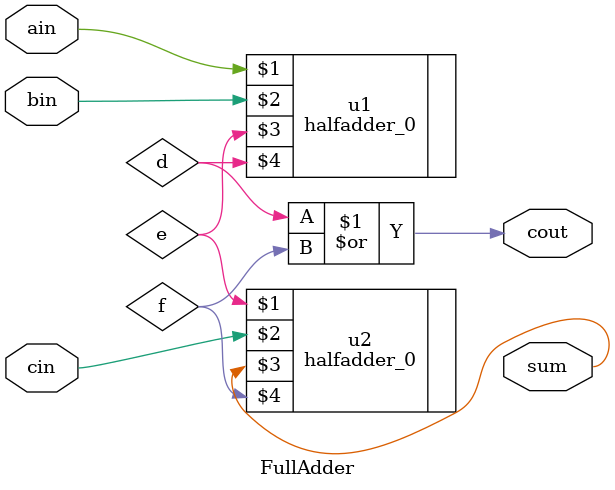
<source format=v>
`timescale 1ns / 1ps


module FullAdder(ain,bin,cin,sum,cout);
input ain,bin,cin;
output sum,cout;
wire d,e,f;
halfadder_0 u1(ain,bin,e,d);
halfadder_0 u2(e,cin,sum,f);
or u3(cout,d,f);
endmodule

</source>
